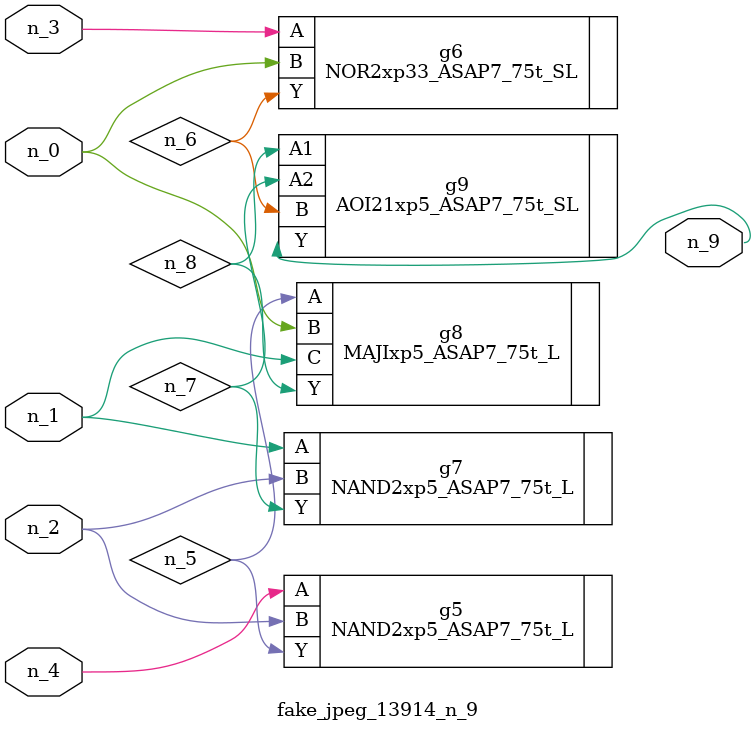
<source format=v>
module fake_jpeg_13914_n_9 (n_3, n_2, n_1, n_0, n_4, n_9);

input n_3;
input n_2;
input n_1;
input n_0;
input n_4;

output n_9;

wire n_8;
wire n_6;
wire n_5;
wire n_7;

NAND2xp5_ASAP7_75t_L g5 ( 
.A(n_4),
.B(n_2),
.Y(n_5)
);

NOR2xp33_ASAP7_75t_SL g6 ( 
.A(n_3),
.B(n_0),
.Y(n_6)
);

NAND2xp5_ASAP7_75t_L g7 ( 
.A(n_1),
.B(n_2),
.Y(n_7)
);

MAJIxp5_ASAP7_75t_L g8 ( 
.A(n_5),
.B(n_0),
.C(n_1),
.Y(n_8)
);

AOI21xp5_ASAP7_75t_SL g9 ( 
.A1(n_8),
.A2(n_7),
.B(n_6),
.Y(n_9)
);


endmodule
</source>
